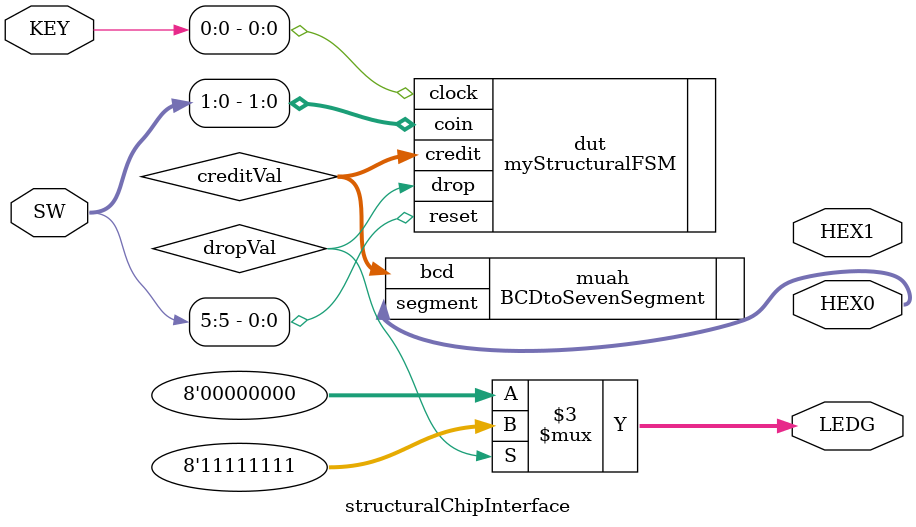
<source format=sv>
`default_nettype none

module structuralChipInterface (
  input logic [2:0] KEY,
  input logic [17:0] SW,
  output logic [6:0] HEX1, HEX0,
  output logic [7:0] LEDG);

  logic [3:0] creditVal;
  logic dropVal;

  myStructuralFSM dut(.clock(KEY[0]), .reset(SW[5]), .coin(SW[1:0]),
                    .credit(creditVal), .drop(dropVal));

  BCDtoSevenSegment muah(.bcd(creditVal), .segment(HEX0));
  
  always_comb begin
    if (dropVal)
      LEDG = 8'b11111111;
    else
      LEDG = 8'b00000000;
  end
endmodule: structuralChipInterface

</source>
